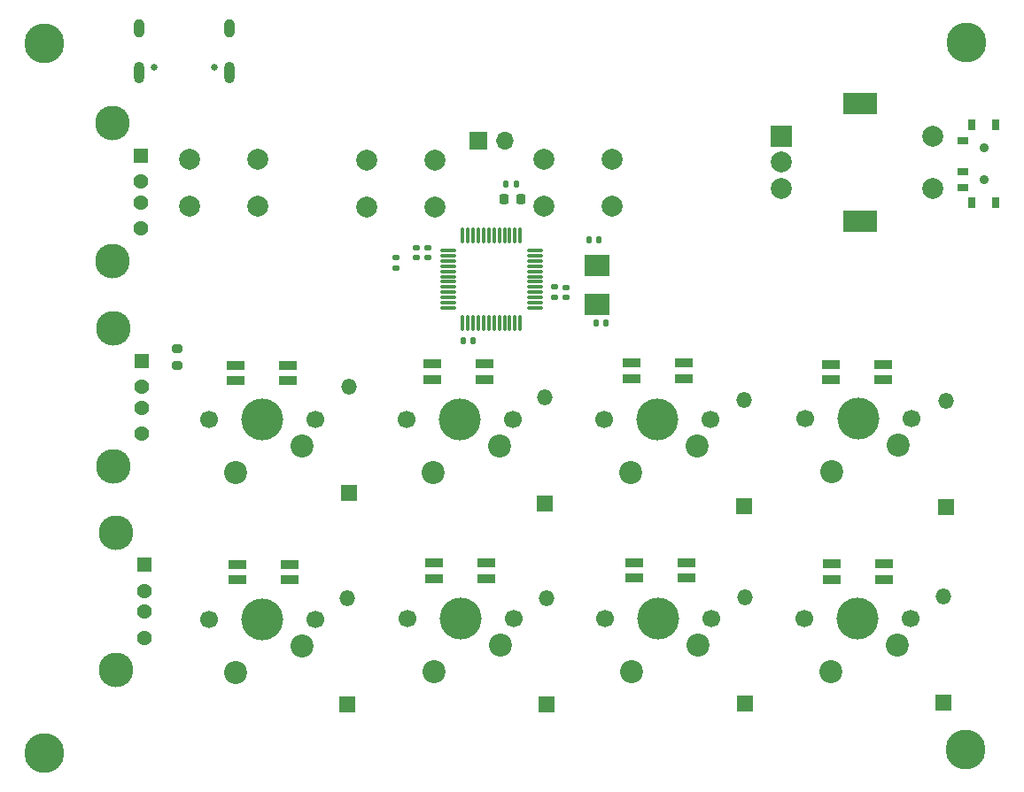
<source format=gbr>
%TF.GenerationSoftware,KiCad,Pcbnew,(6.0.10)*%
%TF.CreationDate,2023-03-05T14:49:45+05:30*%
%TF.ProjectId,keyboardv3,6b657962-6f61-4726-9476-332e6b696361,rev?*%
%TF.SameCoordinates,Original*%
%TF.FileFunction,Soldermask,Bot*%
%TF.FilePolarity,Negative*%
%FSLAX46Y46*%
G04 Gerber Fmt 4.6, Leading zero omitted, Abs format (unit mm)*
G04 Created by KiCad (PCBNEW (6.0.10)) date 2023-03-05 14:49:45*
%MOMM*%
%LPD*%
G01*
G04 APERTURE LIST*
G04 Aperture macros list*
%AMRoundRect*
0 Rectangle with rounded corners*
0 $1 Rounding radius*
0 $2 $3 $4 $5 $6 $7 $8 $9 X,Y pos of 4 corners*
0 Add a 4 corners polygon primitive as box body*
4,1,4,$2,$3,$4,$5,$6,$7,$8,$9,$2,$3,0*
0 Add four circle primitives for the rounded corners*
1,1,$1+$1,$2,$3*
1,1,$1+$1,$4,$5*
1,1,$1+$1,$6,$7*
1,1,$1+$1,$8,$9*
0 Add four rect primitives between the rounded corners*
20,1,$1+$1,$2,$3,$4,$5,0*
20,1,$1+$1,$4,$5,$6,$7,0*
20,1,$1+$1,$6,$7,$8,$9,0*
20,1,$1+$1,$8,$9,$2,$3,0*%
G04 Aperture macros list end*
%ADD10R,1.800000X0.820000*%
%ADD11R,1.428000X1.428000*%
%ADD12C,1.428000*%
%ADD13C,3.316000*%
%ADD14R,1.500000X1.500000*%
%ADD15O,1.500000X1.500000*%
%ADD16R,2.000000X2.000000*%
%ADD17C,2.000000*%
%ADD18R,3.200000X2.000000*%
%ADD19C,4.000000*%
%ADD20C,1.700000*%
%ADD21C,2.200000*%
%ADD22C,3.800000*%
%ADD23C,2.600000*%
%ADD24R,1.700000X1.700000*%
%ADD25O,1.700000X1.700000*%
%ADD26C,0.650000*%
%ADD27O,1.000000X2.100000*%
%ADD28O,1.000000X1.800000*%
%ADD29RoundRect,0.140000X-0.170000X0.140000X-0.170000X-0.140000X0.170000X-0.140000X0.170000X0.140000X0*%
%ADD30RoundRect,0.140000X0.170000X-0.140000X0.170000X0.140000X-0.170000X0.140000X-0.170000X-0.140000X0*%
%ADD31RoundRect,0.075000X0.662500X0.075000X-0.662500X0.075000X-0.662500X-0.075000X0.662500X-0.075000X0*%
%ADD32RoundRect,0.075000X0.075000X0.662500X-0.075000X0.662500X-0.075000X-0.662500X0.075000X-0.662500X0*%
%ADD33RoundRect,0.200000X-0.275000X0.200000X-0.275000X-0.200000X0.275000X-0.200000X0.275000X0.200000X0*%
%ADD34RoundRect,0.225000X0.225000X0.250000X-0.225000X0.250000X-0.225000X-0.250000X0.225000X-0.250000X0*%
%ADD35RoundRect,0.140000X-0.140000X-0.170000X0.140000X-0.170000X0.140000X0.170000X-0.140000X0.170000X0*%
%ADD36C,0.900000*%
%ADD37R,1.100000X0.700000*%
%ADD38R,0.800000X1.000000*%
%ADD39RoundRect,0.135000X-0.185000X0.135000X-0.185000X-0.135000X0.185000X-0.135000X0.185000X0.135000X0*%
%ADD40R,2.400000X2.000000*%
%ADD41RoundRect,0.140000X0.140000X0.170000X-0.140000X0.170000X-0.140000X-0.170000X0.140000X-0.170000X0*%
G04 APERTURE END LIST*
D10*
%TO.C,D4*%
X69795000Y-60220000D03*
X69795000Y-61720000D03*
X74795000Y-61720000D03*
X74795000Y-60220000D03*
%TD*%
D11*
%TO.C,J5*%
X42277859Y-79448405D03*
D12*
X42277859Y-81948405D03*
X42277859Y-83948405D03*
X42277859Y-86448405D03*
D13*
X39567859Y-76378405D03*
X39567859Y-89518405D03*
%TD*%
D14*
%TO.C,D11*%
X118860000Y-73900000D03*
D15*
X118860000Y-63740000D03*
%TD*%
D16*
%TO.C,SW1*%
X103130000Y-38450000D03*
D17*
X103130000Y-43450000D03*
X103130000Y-40950000D03*
D18*
X110630000Y-35350000D03*
X110630000Y-46550000D03*
D17*
X117630000Y-43450000D03*
X117630000Y-38450000D03*
%TD*%
D14*
%TO.C,D6*%
X80710000Y-92850000D03*
D15*
X80710000Y-82690000D03*
%TD*%
D19*
%TO.C,K5*%
X91300000Y-65520000D03*
D20*
X96380000Y-65520000D03*
X86220000Y-65520000D03*
D21*
X88760000Y-70600000D03*
X95110000Y-68060000D03*
%TD*%
D20*
%TO.C,K8*%
X115530000Y-84600000D03*
D19*
X110450000Y-84600000D03*
D20*
X105370000Y-84600000D03*
D21*
X107910000Y-89680000D03*
X114260000Y-87140000D03*
%TD*%
D20*
%TO.C,K6*%
X86310000Y-84570000D03*
D19*
X91390000Y-84570000D03*
D20*
X96470000Y-84570000D03*
D21*
X88850000Y-89650000D03*
X95200000Y-87110000D03*
%TD*%
D14*
%TO.C,D5*%
X80560000Y-73600000D03*
D15*
X80560000Y-63440000D03*
%TD*%
D20*
%TO.C,K3*%
X67320000Y-65580000D03*
D19*
X72400000Y-65580000D03*
D20*
X77480000Y-65580000D03*
D21*
X69860000Y-70660000D03*
X76210000Y-68120000D03*
%TD*%
D14*
%TO.C,D2*%
X61810000Y-72560000D03*
D15*
X61810000Y-62400000D03*
%TD*%
D17*
%TO.C,SW3*%
X63517075Y-40712925D03*
X70017075Y-40712925D03*
X70017075Y-45212925D03*
X63517075Y-45212925D03*
%TD*%
D11*
%TO.C,J3*%
X41929235Y-40292569D03*
D12*
X41929235Y-42792569D03*
X41929235Y-44792569D03*
X41929235Y-47292569D03*
D13*
X39219235Y-37222569D03*
X39219235Y-50362569D03*
%TD*%
D14*
%TO.C,D12*%
X118660000Y-92680000D03*
D15*
X118660000Y-82520000D03*
%TD*%
D17*
%TO.C,SW2*%
X53057075Y-40672925D03*
X46557075Y-40672925D03*
X53057075Y-45172925D03*
X46557075Y-45172925D03*
%TD*%
D22*
%TO.C,H2*%
X32690000Y-97490000D03*
D23*
X32690000Y-97490000D03*
%TD*%
D24*
%TO.C,J2*%
X74160000Y-38905000D03*
D25*
X76700000Y-38905000D03*
%TD*%
D14*
%TO.C,D8*%
X99580000Y-73880000D03*
D15*
X99580000Y-63720000D03*
%TD*%
D23*
%TO.C,H1*%
X32700000Y-29530000D03*
D22*
X32700000Y-29530000D03*
%TD*%
%TO.C,H4*%
X120850000Y-29480000D03*
D23*
X120850000Y-29480000D03*
%TD*%
D26*
%TO.C,J1*%
X43150000Y-31825000D03*
X48930000Y-31825000D03*
D27*
X41720000Y-32345000D03*
X50360000Y-32345000D03*
D28*
X50360000Y-28145000D03*
X41720000Y-28145000D03*
%TD*%
D14*
%TO.C,D3*%
X61630000Y-92850000D03*
D15*
X61630000Y-82690000D03*
%TD*%
D14*
%TO.C,D9*%
X99660000Y-92700000D03*
D15*
X99660000Y-82540000D03*
%TD*%
D20*
%TO.C,K1*%
X48410000Y-65560000D03*
D19*
X53490000Y-65560000D03*
D20*
X58570000Y-65560000D03*
D21*
X50950000Y-70640000D03*
X57300000Y-68100000D03*
%TD*%
D20*
%TO.C,K2*%
X48410000Y-84660000D03*
D19*
X53490000Y-84660000D03*
D20*
X58570000Y-84660000D03*
D21*
X50950000Y-89740000D03*
X57300000Y-87200000D03*
%TD*%
D17*
%TO.C,SW4*%
X86937075Y-40642925D03*
X80437075Y-40642925D03*
X86937075Y-45142925D03*
X80437075Y-45142925D03*
%TD*%
D19*
%TO.C,K4*%
X72450000Y-84590000D03*
D20*
X67370000Y-84590000D03*
X77530000Y-84590000D03*
D21*
X69910000Y-89670000D03*
X76260000Y-87130000D03*
%TD*%
D20*
%TO.C,K7*%
X105420000Y-65500000D03*
X115580000Y-65500000D03*
D19*
X110500000Y-65500000D03*
D21*
X107960000Y-70580000D03*
X114310000Y-68040000D03*
%TD*%
D11*
%TO.C,J4*%
X41970000Y-59940000D03*
D12*
X41970000Y-62440000D03*
X41970000Y-64440000D03*
X41970000Y-66940000D03*
D13*
X39260000Y-56870000D03*
X39260000Y-70010000D03*
%TD*%
D23*
%TO.C,H3*%
X120740000Y-97140000D03*
D22*
X120740000Y-97140000D03*
%TD*%
D29*
%TO.C,C8*%
X69380000Y-49100000D03*
X69380000Y-50060000D03*
%TD*%
D30*
%TO.C,C10*%
X82520000Y-53860000D03*
X82520000Y-52900000D03*
%TD*%
D31*
%TO.C,U2*%
X79592500Y-49380000D03*
X79592500Y-49880000D03*
X79592500Y-50380000D03*
X79592500Y-50880000D03*
X79592500Y-51380000D03*
X79592500Y-51880000D03*
X79592500Y-52380000D03*
X79592500Y-52880000D03*
X79592500Y-53380000D03*
X79592500Y-53880000D03*
X79592500Y-54380000D03*
X79592500Y-54880000D03*
D32*
X78180000Y-56292500D03*
X77680000Y-56292500D03*
X77180000Y-56292500D03*
X76680000Y-56292500D03*
X76180000Y-56292500D03*
X75680000Y-56292500D03*
X75180000Y-56292500D03*
X74680000Y-56292500D03*
X74180000Y-56292500D03*
X73680000Y-56292500D03*
X73180000Y-56292500D03*
X72680000Y-56292500D03*
D31*
X71267500Y-54880000D03*
X71267500Y-54380000D03*
X71267500Y-53880000D03*
X71267500Y-53380000D03*
X71267500Y-52880000D03*
X71267500Y-52380000D03*
X71267500Y-51880000D03*
X71267500Y-51380000D03*
X71267500Y-50880000D03*
X71267500Y-50380000D03*
X71267500Y-49880000D03*
X71267500Y-49380000D03*
D32*
X72680000Y-47967500D03*
X73180000Y-47967500D03*
X73680000Y-47967500D03*
X74180000Y-47967500D03*
X74680000Y-47967500D03*
X75180000Y-47967500D03*
X75680000Y-47967500D03*
X76180000Y-47967500D03*
X76680000Y-47967500D03*
X77180000Y-47967500D03*
X77680000Y-47967500D03*
X78180000Y-47967500D03*
%TD*%
D10*
%TO.C,D14*%
X89065000Y-79240000D03*
X89065000Y-80740000D03*
X94065000Y-80740000D03*
X94065000Y-79240000D03*
%TD*%
D33*
%TO.C,R1*%
X45410000Y-58765000D03*
X45410000Y-60415000D03*
%TD*%
D34*
%TO.C,C3*%
X78205000Y-44460000D03*
X76655000Y-44460000D03*
%TD*%
D35*
%TO.C,C5*%
X72700000Y-58040000D03*
X73660000Y-58040000D03*
%TD*%
D29*
%TO.C,C9*%
X68240000Y-49110000D03*
X68240000Y-50070000D03*
%TD*%
D36*
%TO.C,S1*%
X122500000Y-39590000D03*
X122500000Y-42590000D03*
D37*
X120450000Y-38840000D03*
X120450000Y-41840000D03*
X120450000Y-43340000D03*
D38*
X121350000Y-37340000D03*
X121350000Y-44840000D03*
X123650000Y-37340000D03*
X123650000Y-44840000D03*
%TD*%
D10*
%TO.C,D17*%
X51125000Y-79400000D03*
X51125000Y-80900000D03*
X56125000Y-80900000D03*
X56125000Y-79400000D03*
%TD*%
%TO.C,D1*%
X50950000Y-60350000D03*
X50950000Y-61850000D03*
X55950000Y-61850000D03*
X55950000Y-60350000D03*
%TD*%
D39*
%TO.C,R8*%
X66280000Y-50050000D03*
X66280000Y-51070000D03*
%TD*%
D10*
%TO.C,D13*%
X107920000Y-79360000D03*
X107920000Y-80860000D03*
X112920000Y-80860000D03*
X112920000Y-79360000D03*
%TD*%
D30*
%TO.C,C7*%
X81480000Y-53850000D03*
X81480000Y-52890000D03*
%TD*%
D40*
%TO.C,Y1*%
X85530000Y-50810000D03*
X85530000Y-54510000D03*
%TD*%
D41*
%TO.C,C4*%
X85700000Y-48390000D03*
X84740000Y-48390000D03*
%TD*%
%TO.C,C11*%
X77790000Y-43030000D03*
X76830000Y-43030000D03*
%TD*%
D10*
%TO.C,D10*%
X107870000Y-60280000D03*
X107870000Y-61780000D03*
X112870000Y-61780000D03*
X112870000Y-60280000D03*
%TD*%
%TO.C,D15*%
X69930000Y-79260000D03*
X69930000Y-80760000D03*
X74930000Y-80760000D03*
X74930000Y-79260000D03*
%TD*%
D41*
%TO.C,C6*%
X86400000Y-56320000D03*
X85440000Y-56320000D03*
%TD*%
D10*
%TO.C,D7*%
X88840000Y-60130000D03*
X88840000Y-61630000D03*
X93840000Y-61630000D03*
X93840000Y-60130000D03*
%TD*%
M02*

</source>
